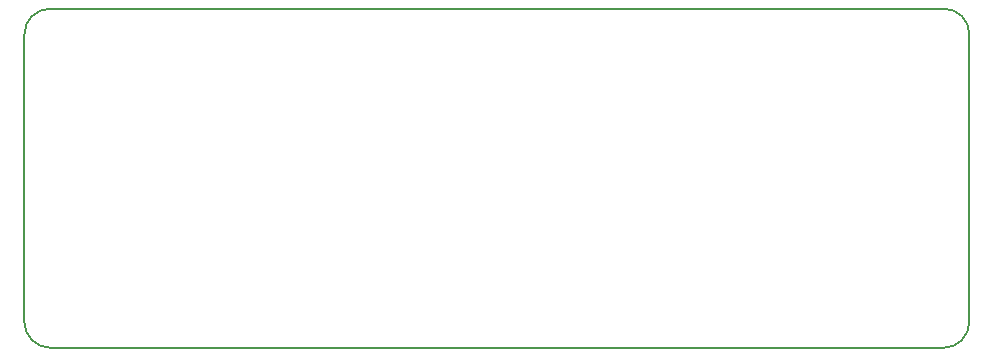
<source format=gm1>
G04*
G04 #@! TF.GenerationSoftware,Altium Limited,Altium Designer,23.5.1 (21)*
G04*
G04 Layer_Color=16711935*
%FSLAX44Y44*%
%MOMM*%
G71*
G04*
G04 #@! TF.SameCoordinates,2BC34154-30F2-4EB8-A0CA-646768C512BA*
G04*
G04*
G04 #@! TF.FilePolarity,Positive*
G04*
G01*
G75*
%ADD71C,0.1270*%
D71*
X988060Y1267460D02*
G03*
X972576Y1273874I-15484J-15484D01*
G01*
X994350Y1246996D02*
X994350Y1246995D01*
X994346Y1252284D02*
G03*
X988060Y1267460I-21462J0D01*
G01*
X994410Y1247140D02*
G03*
X994350Y1246995I144J-144D01*
G01*
X969164Y1273874D02*
G03*
X969010Y1273810I0J-218D01*
G01*
X972760Y986771D02*
G03*
X987936Y993057I0J21462D01*
G01*
X228600Y1273810D02*
G03*
X228600Y1273810I0J0D01*
G01*
X200724Y1267704D02*
G03*
X194310Y1252220I15484J-15484D01*
G01*
X215900Y1273810D02*
G03*
X200724Y1267524I0J-21462D01*
G01*
X987936Y993057D02*
G03*
X994350Y1008542I-15484J15484D01*
G01*
X969664Y986790D02*
G03*
X969709Y986771I45J45D01*
G01*
X200596Y993204D02*
G03*
X216080Y986790I15484J15484D01*
G01*
X194310Y1008380D02*
G03*
X200596Y993204I21462J0D01*
G01*
X994346Y1252284D02*
X994350Y1246996D01*
X969164Y1273874D02*
X972576D01*
X194310Y1008380D02*
Y1249680D01*
X994350Y1008542D02*
Y1246995D01*
X969709Y986771D02*
X972760D01*
X228600Y1273810D02*
X969010Y1273810D01*
X216080Y986790D02*
X969664D01*
X215900Y1273810D02*
X228600D01*
X194310Y1249680D02*
Y1252220D01*
M02*

</source>
